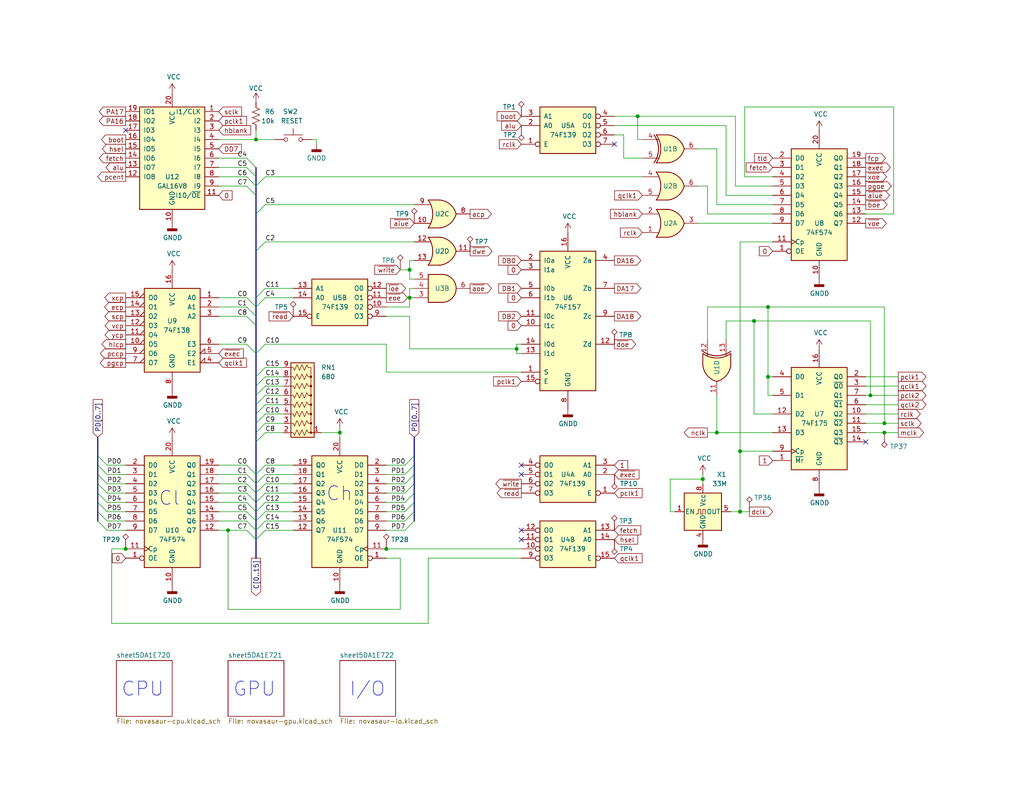
<source format=kicad_sch>
(kicad_sch (version 20211123) (generator eeschema)
  (paper "USLetter")
  (title_block (title "Novasaur Retrocomputer") (date "2022-08-07") (rev "1.10") (comment 1 "(c) Solid State Machines 2022"))
  (junction (at 201.93 139.7))
  (junction (at 34.29 149.86))
  (junction (at 105.41 149.86))
  (junction (at 173.99 31.75))
  (junction (at 209.55 102.87))
  (junction (at 201.93 123.19))
  (junction (at 111.76 81.28))
  (junction (at 92.71 118.11))
  (junction (at 195.58 118.11))
  (junction (at 209.55 83.82))
  (junction (at 69.85 38.1))
  (junction (at 62.23 144.78))
  (junction (at 191.77 130.81))
  (junction (at 241.3 118.11))
  (junction (at 205.74 87.63))
  (junction (at 140.97 95.25))
  (junction (at 241.3 115.57))
  (junction (at 237.49 107.95))
  (junction (at 111.76 73.66))
  (no_connect (at 142.24 144.78))
  (no_connect (at 142.24 129.54))
  (no_connect (at 142.24 127))
  (no_connect (at 236.22 120.65))
  (no_connect (at 34.29 35.56))
  (no_connect (at 167.64 39.37))
  (no_connect (at 142.24 147.32))
  (bus_entry (at 29.21 142.24) (size -2.54 -2.54))
  (bus_entry (at 29.21 139.7) (size -2.54 -2.54))
  (bus_entry (at 69.85 129.54) (size -2.54 -2.54))
  (bus_entry (at 29.21 129.54) (size -2.54 -2.54))
  (bus_entry (at 67.31 83.82) (size 2.54 2.54))
  (bus_entry (at 113.03 129.54) (size -2.54 2.54))
  (bus_entry (at 69.85 142.24) (size -2.54 -2.54))
  (bus_entry (at 69.85 115.57) (size 2.54 -2.54))
  (bus_entry (at 72.39 48.26) (size -2.54 2.54))
  (bus_entry (at 69.85 113.03) (size 2.54 -2.54))
  (bus_entry (at 113.03 127) (size -2.54 2.54))
  (bus_entry (at 67.31 48.26) (size 2.54 2.54))
  (bus_entry (at 69.85 110.49) (size 2.54 -2.54))
  (bus_entry (at 72.39 66.04) (size -2.54 2.54))
  (bus_entry (at 69.85 144.78) (size 2.54 -2.54))
  (bus_entry (at 67.31 86.36) (size 2.54 2.54))
  (bus_entry (at 113.03 134.62) (size -2.54 2.54))
  (bus_entry (at 29.21 134.62) (size -2.54 -2.54))
  (bus_entry (at 69.85 134.62) (size 2.54 -2.54))
  (bus_entry (at 69.85 137.16) (size -2.54 -2.54))
  (bus_entry (at 67.31 43.18) (size 2.54 2.54))
  (bus_entry (at 72.39 81.28) (size -2.54 2.54))
  (bus_entry (at 72.39 55.88) (size -2.54 2.54))
  (bus_entry (at 69.85 129.54) (size 2.54 -2.54))
  (bus_entry (at 69.85 105.41) (size 2.54 -2.54))
  (bus_entry (at 67.31 81.28) (size 2.54 2.54))
  (bus_entry (at 69.85 118.11) (size 2.54 -2.54))
  (bus_entry (at 113.03 139.7) (size -2.54 2.54))
  (bus_entry (at 69.85 132.08) (size 2.54 -2.54))
  (bus_entry (at 29.21 127) (size -2.54 -2.54))
  (bus_entry (at 69.85 139.7) (size 2.54 -2.54))
  (bus_entry (at 67.31 93.98) (size 2.54 2.54))
  (bus_entry (at 72.39 93.98) (size -2.54 2.54))
  (bus_entry (at 69.85 147.32) (size 2.54 -2.54))
  (bus_entry (at 69.85 102.87) (size 2.54 -2.54))
  (bus_entry (at 67.31 50.8) (size 2.54 2.54))
  (bus_entry (at 67.31 45.72) (size 2.54 2.54))
  (bus_entry (at 72.39 78.74) (size -2.54 2.54))
  (bus_entry (at 69.85 144.78) (size -2.54 -2.54))
  (bus_entry (at 113.03 142.24) (size -2.54 2.54))
  (bus_entry (at 69.85 139.7) (size -2.54 -2.54))
  (bus_entry (at 69.85 147.32) (size -2.54 -2.54))
  (bus_entry (at 29.21 144.78) (size -2.54 -2.54))
  (bus_entry (at 69.85 120.65) (size 2.54 -2.54))
  (bus_entry (at 113.03 124.46) (size -2.54 2.54))
  (bus_entry (at 69.85 137.16) (size 2.54 -2.54))
  (bus_entry (at 29.21 137.16) (size -2.54 -2.54))
  (bus_entry (at 113.03 132.08) (size -2.54 2.54))
  (bus_entry (at 69.85 107.95) (size 2.54 -2.54))
  (bus_entry (at 29.21 132.08) (size -2.54 -2.54))
  (bus_entry (at 69.85 142.24) (size 2.54 -2.54))
  (bus_entry (at 69.85 132.08) (size -2.54 -2.54))
  (bus_entry (at 69.85 134.62) (size -2.54 -2.54))
  (bus_entry (at 113.03 137.16) (size -2.54 2.54))
  (wire (pts (xy 175.26 38.1) (xy 173.99 38.1)))
  (bus (pts (xy 113.03 137.16) (xy 113.03 139.7)))
  (wire (pts (xy 72.39 102.87) (xy 77.47 102.87)))
  (wire (pts (xy 72.39 115.57) (xy 77.47 115.57)))
  (wire (pts (xy 140.97 96.52) (xy 140.97 95.25)))
  (wire (pts (xy 198.12 87.63) (xy 205.74 87.63)))
  (wire (pts (xy 59.69 48.26) (xy 67.31 48.26)))
  (wire (pts (xy 105.41 129.54) (xy 110.49 129.54)))
  (wire (pts (xy 182.88 139.7) (xy 184.15 139.7)))
  (bus (pts (xy 69.85 96.52) (xy 69.85 102.87)))
  (wire (pts (xy 190.5 40.64) (xy 195.58 40.64)))
  (bus (pts (xy 69.85 134.62) (xy 69.85 137.16)))
  (wire (pts (xy 167.64 31.75) (xy 173.99 31.75)))
  (wire (pts (xy 170.18 36.83) (xy 167.64 36.83)))
  (bus (pts (xy 69.85 53.34) (xy 69.85 58.42)))
  (wire (pts (xy 92.71 118.11) (xy 92.71 116.84)))
  (wire (pts (xy 193.04 92.71) (xy 193.04 83.82)))
  (bus (pts (xy 69.85 48.26) (xy 69.85 50.8)))
  (wire (pts (xy 29.21 134.62) (xy 34.29 134.62)))
  (bus (pts (xy 69.85 105.41) (xy 69.85 107.95)))
  (wire (pts (xy 209.55 107.95) (xy 210.82 107.95)))
  (wire (pts (xy 29.21 139.7) (xy 34.29 139.7)))
  (wire (pts (xy 111.76 95.25) (xy 140.97 95.25)))
  (wire (pts (xy 111.76 83.82) (xy 105.41 83.82)))
  (wire (pts (xy 105.41 127) (xy 110.49 127)))
  (wire (pts (xy 241.3 115.57) (xy 245.11 115.57)))
  (wire (pts (xy 109.22 73.66) (xy 111.76 73.66)))
  (bus (pts (xy 69.85 120.65) (xy 69.85 129.54)))
  (wire (pts (xy 142.24 96.52) (xy 140.97 96.52)))
  (wire (pts (xy 241.3 83.82) (xy 241.3 115.57)))
  (wire (pts (xy 173.99 38.1) (xy 173.99 31.75)))
  (wire (pts (xy 195.58 118.11) (xy 210.82 118.11)))
  (wire (pts (xy 105.41 139.7) (xy 110.49 139.7)))
  (wire (pts (xy 209.55 107.95) (xy 209.55 102.87)))
  (wire (pts (xy 29.21 127) (xy 34.29 127)))
  (wire (pts (xy 87.63 118.11) (xy 92.71 118.11)))
  (wire (pts (xy 72.39 100.33) (xy 77.47 100.33)))
  (bus (pts (xy 69.85 129.54) (xy 69.85 132.08)))
  (wire (pts (xy 72.39 142.24) (xy 80.01 142.24)))
  (wire (pts (xy 72.39 93.98) (xy 105.41 93.98)))
  (wire (pts (xy 72.39 110.49) (xy 77.47 110.49)))
  (wire (pts (xy 59.69 50.8) (xy 67.31 50.8)))
  (wire (pts (xy 201.93 66.04) (xy 210.82 66.04)))
  (wire (pts (xy 59.69 139.7) (xy 67.31 139.7)))
  (wire (pts (xy 209.55 102.87) (xy 209.55 83.82)))
  (wire (pts (xy 191.77 130.81) (xy 191.77 129.54)))
  (wire (pts (xy 62.23 144.78) (xy 62.23 166.37)))
  (wire (pts (xy 236.22 102.87) (xy 245.11 102.87)))
  (wire (pts (xy 205.74 113.03) (xy 210.82 113.03)))
  (wire (pts (xy 72.39 129.54) (xy 80.01 129.54)))
  (wire (pts (xy 241.3 118.11) (xy 245.11 118.11)))
  (wire (pts (xy 170.18 36.83) (xy 170.18 43.18)))
  (wire (pts (xy 203.2 29.21) (xy 203.2 48.26)))
  (wire (pts (xy 200.66 50.8) (xy 200.66 31.75)))
  (wire (pts (xy 72.39 113.03) (xy 77.47 113.03)))
  (bus (pts (xy 69.85 102.87) (xy 69.85 105.41)))
  (bus (pts (xy 69.85 88.9) (xy 69.85 96.52)))
  (bus (pts (xy 113.03 127) (xy 113.03 129.54)))
  (wire (pts (xy 69.85 38.1) (xy 69.85 35.56)))
  (wire (pts (xy 210.82 48.26) (xy 203.2 48.26)))
  (bus (pts (xy 26.67 137.16) (xy 26.67 139.7)))
  (wire (pts (xy 182.88 130.81) (xy 182.88 139.7)))
  (wire (pts (xy 113.03 81.28) (xy 111.76 81.28)))
  (wire (pts (xy 62.23 144.78) (xy 67.31 144.78)))
  (wire (pts (xy 59.69 86.36) (xy 67.31 86.36)))
  (wire (pts (xy 105.41 86.36) (xy 111.76 86.36)))
  (wire (pts (xy 72.39 81.28) (xy 80.01 81.28)))
  (wire (pts (xy 140.97 95.25) (xy 140.97 93.98)))
  (wire (pts (xy 236.22 105.41) (xy 245.11 105.41)))
  (bus (pts (xy 69.85 113.03) (xy 69.85 115.57)))
  (wire (pts (xy 203.2 29.21) (xy 243.84 29.21)))
  (wire (pts (xy 175.26 43.18) (xy 170.18 43.18)))
  (wire (pts (xy 116.84 170.18) (xy 116.84 152.4)))
  (wire (pts (xy 198.12 34.29) (xy 198.12 53.34)))
  (wire (pts (xy 182.88 130.81) (xy 191.77 130.81)))
  (bus (pts (xy 113.03 124.46) (xy 113.03 127)))
  (bus (pts (xy 26.67 119.38) (xy 26.67 124.46)))
  (bus (pts (xy 26.67 127) (xy 26.67 129.54)))
  (wire (pts (xy 72.39 105.41) (xy 77.47 105.41)))
  (wire (pts (xy 173.99 31.75) (xy 200.66 31.75)))
  (wire (pts (xy 111.76 78.74) (xy 113.03 78.74)))
  (wire (pts (xy 199.39 139.7) (xy 201.93 139.7)))
  (wire (pts (xy 190.5 60.96) (xy 210.82 60.96)))
  (wire (pts (xy 105.41 101.6) (xy 105.41 93.98)))
  (wire (pts (xy 59.69 43.18) (xy 67.31 43.18)))
  (bus (pts (xy 113.03 119.38) (xy 113.03 124.46)))
  (bus (pts (xy 69.85 139.7) (xy 69.85 142.24)))
  (wire (pts (xy 59.69 81.28) (xy 67.31 81.28)))
  (bus (pts (xy 26.67 134.62) (xy 26.67 137.16)))
  (wire (pts (xy 59.69 144.78) (xy 62.23 144.78)))
  (wire (pts (xy 210.82 102.87) (xy 209.55 102.87)))
  (wire (pts (xy 205.74 87.63) (xy 237.49 87.63)))
  (wire (pts (xy 72.39 137.16) (xy 80.01 137.16)))
  (wire (pts (xy 111.76 95.25) (xy 111.76 86.36)))
  (wire (pts (xy 113.03 76.2) (xy 111.76 76.2)))
  (wire (pts (xy 59.69 38.1) (xy 69.85 38.1)))
  (wire (pts (xy 72.39 78.74) (xy 80.01 78.74)))
  (wire (pts (xy 236.22 110.49) (xy 245.11 110.49)))
  (wire (pts (xy 105.41 132.08) (xy 110.49 132.08)))
  (bus (pts (xy 69.85 83.82) (xy 69.85 86.36)))
  (wire (pts (xy 29.21 129.54) (xy 34.29 129.54)))
  (bus (pts (xy 69.85 144.78) (xy 69.85 147.32)))
  (bus (pts (xy 26.67 129.54) (xy 26.67 132.08)))
  (bus (pts (xy 69.85 45.72) (xy 69.85 48.26)))
  (wire (pts (xy 72.39 144.78) (xy 80.01 144.78)))
  (wire (pts (xy 72.39 48.26) (xy 175.26 48.26)))
  (wire (pts (xy 243.84 29.21) (xy 243.84 58.42)))
  (wire (pts (xy 236.22 107.95) (xy 237.49 107.95)))
  (wire (pts (xy 195.58 40.64) (xy 195.58 55.88)))
  (bus (pts (xy 113.03 129.54) (xy 113.03 132.08)))
  (wire (pts (xy 111.76 73.66) (xy 111.76 71.12)))
  (wire (pts (xy 105.41 137.16) (xy 110.49 137.16)))
  (bus (pts (xy 69.85 50.8) (xy 69.85 53.34)))
  (wire (pts (xy 105.41 144.78) (xy 110.49 144.78)))
  (bus (pts (xy 69.85 86.36) (xy 69.85 88.9)))
  (bus (pts (xy 113.03 132.08) (xy 113.03 134.62)))
  (wire (pts (xy 236.22 115.57) (xy 241.3 115.57)))
  (wire (pts (xy 29.21 132.08) (xy 34.29 132.08)))
  (wire (pts (xy 191.77 132.08) (xy 191.77 130.81)))
  (wire (pts (xy 85.09 38.1) (xy 86.36 38.1)))
  (wire (pts (xy 72.39 55.88) (xy 113.03 55.88)))
  (wire (pts (xy 109.22 166.37) (xy 109.22 152.4)))
  (wire (pts (xy 201.93 123.19) (xy 210.82 123.19)))
  (wire (pts (xy 59.69 129.54) (xy 67.31 129.54)))
  (wire (pts (xy 193.04 50.8) (xy 193.04 58.42)))
  (wire (pts (xy 59.69 132.08) (xy 67.31 132.08)))
  (wire (pts (xy 59.69 137.16) (xy 67.31 137.16)))
  (bus (pts (xy 113.03 134.62) (xy 113.03 137.16)))
  (wire (pts (xy 193.04 58.42) (xy 210.82 58.42)))
  (wire (pts (xy 59.69 134.62) (xy 67.31 134.62)))
  (wire (pts (xy 198.12 53.34) (xy 210.82 53.34)))
  (wire (pts (xy 72.39 118.11) (xy 77.47 118.11)))
  (wire (pts (xy 190.5 50.8) (xy 193.04 50.8)))
  (wire (pts (xy 105.41 142.24) (xy 110.49 142.24)))
  (wire (pts (xy 59.69 83.82) (xy 67.31 83.82)))
  (wire (pts (xy 29.21 137.16) (xy 34.29 137.16)))
  (bus (pts (xy 26.67 139.7) (xy 26.67 142.24)))
  (wire (pts (xy 243.84 58.42) (xy 236.22 58.42)))
  (bus (pts (xy 69.85 110.49) (xy 69.85 113.03)))
  (bus (pts (xy 69.85 132.08) (xy 69.85 134.62)))
  (wire (pts (xy 72.39 127) (xy 80.01 127)))
  (wire (pts (xy 111.76 71.12) (xy 113.03 71.12)))
  (bus (pts (xy 69.85 115.57) (xy 69.85 118.11)))
  (bus (pts (xy 69.85 147.32) (xy 69.85 152.4)))
  (bus (pts (xy 69.85 107.95) (xy 69.85 110.49)))
  (bus (pts (xy 26.67 132.08) (xy 26.67 134.62)))
  (wire (pts (xy 201.93 123.19) (xy 201.93 66.04)))
  (wire (pts (xy 69.85 38.1) (xy 74.93 38.1)))
  (wire (pts (xy 140.97 93.98) (xy 142.24 93.98)))
  (wire (pts (xy 92.71 118.11) (xy 92.71 119.38)))
  (wire (pts (xy 111.76 81.28) (xy 111.76 78.74)))
  (wire (pts (xy 72.39 107.95) (xy 77.47 107.95)))
  (wire (pts (xy 59.69 45.72) (xy 67.31 45.72)))
  (wire (pts (xy 167.64 34.29) (xy 198.12 34.29)))
  (wire (pts (xy 105.41 101.6) (xy 142.24 101.6)))
  (wire (pts (xy 72.39 66.04) (xy 113.03 66.04)))
  (wire (pts (xy 72.39 134.62) (xy 80.01 134.62)))
  (wire (pts (xy 236.22 113.03) (xy 245.11 113.03)))
  (wire (pts (xy 111.76 81.28) (xy 111.76 83.82)))
  (wire (pts (xy 205.74 113.03) (xy 205.74 87.63)))
  (wire (pts (xy 59.69 142.24) (xy 67.31 142.24)))
  (wire (pts (xy 29.21 144.78) (xy 34.29 144.78)))
  (wire (pts (xy 209.55 83.82) (xy 241.3 83.82)))
  (bus (pts (xy 26.67 124.46) (xy 26.67 127)))
  (wire (pts (xy 72.39 132.08) (xy 80.01 132.08)))
  (wire (pts (xy 198.12 92.71) (xy 198.12 87.63)))
  (wire (pts (xy 72.39 139.7) (xy 80.01 139.7)))
  (bus (pts (xy 113.03 139.7) (xy 113.03 142.24)))
  (wire (pts (xy 201.93 139.7) (xy 201.93 123.19)))
  (wire (pts (xy 105.41 134.62) (xy 110.49 134.62)))
  (wire (pts (xy 59.69 93.98) (xy 67.31 93.98)))
  (bus (pts (xy 69.85 118.11) (xy 69.85 120.65)))
  (wire (pts (xy 195.58 55.88) (xy 210.82 55.88)))
  (wire (pts (xy 142.24 149.86) (xy 105.41 149.86)))
  (bus (pts (xy 69.85 58.42) (xy 69.85 68.58)))
  (wire (pts (xy 193.04 83.82) (xy 209.55 83.82)))
  (bus (pts (xy 69.85 81.28) (xy 69.85 83.82)))
  (wire (pts (xy 210.82 50.8) (xy 200.66 50.8)))
  (wire (pts (xy 62.23 166.37) (xy 109.22 166.37)))
  (wire (pts (xy 236.22 118.11) (xy 241.3 118.11)))
  (wire (pts (xy 201.93 139.7) (xy 204.47 139.7)))
  (wire (pts (xy 59.69 127) (xy 67.31 127)))
  (wire (pts (xy 30.48 170.18) (xy 116.84 170.18)))
  (wire (pts (xy 30.48 149.86) (xy 30.48 170.18)))
  (wire (pts (xy 30.48 149.86) (xy 34.29 149.86)))
  (bus (pts (xy 69.85 137.16) (xy 69.85 139.7)))
  (wire (pts (xy 86.36 38.1) (xy 86.36 39.37)))
  (wire (pts (xy 116.84 152.4) (xy 142.24 152.4)))
  (wire (pts (xy 237.49 107.95) (xy 245.11 107.95)))
  (wire (pts (xy 195.58 118.11) (xy 195.58 107.95)))
  (wire (pts (xy 105.41 152.4) (xy 109.22 152.4)))
  (wire (pts (xy 195.58 118.11) (xy 193.04 118.11)))
  (wire (pts (xy 111.76 76.2) (xy 111.76 73.66)))
  (wire (pts (xy 29.21 142.24) (xy 34.29 142.24)))
  (bus (pts (xy 69.85 142.24) (xy 69.85 144.78)))
  (bus (pts (xy 69.85 68.58) (xy 69.85 81.28)))
  (wire (pts (xy 237.49 87.63) (xy 237.49 107.95)))
  (text "Cl" (at 43.18 138.43 0) (effects (font (size 3.81 3.81)) (justify left bottom)))
  (text "CPU" (at 33.02 190.5 0) (effects (font (size 3.81 3.81)) (justify left bottom)))
  (text "I/O" (at 95.25 190.5 0) (effects (font (size 3.81 3.81)) (justify left bottom)))
  (text "Ch" (at 88.9 137.16 0) (effects (font (size 3.81 3.81)) (justify left bottom)))
  (text "GPU" (at 63.5 190.5 0) (effects (font (size 3.81 3.81)) (justify left bottom)))
  (label "C6" (at 64.77 48.26 0))
  (label "C2" (at 72.39 66.04 0))
  (label "C11" (at 72.39 134.62 0))
  (label "C15" (at 72.39 144.78 0))
  (label "PD0" (at 106.68 127 0))
  (label "PD6" (at 29.21 142.24 0))
  (label "C13" (at 72.39 105.41 0))
  (label "PD0" (at 29.21 127 0))
  (label "C14" (at 72.39 142.24 0))
  (label "C0" (at 64.77 81.28 0))
  (label "PD3" (at 106.68 134.62 0))
  (label "PD4" (at 106.68 137.16 0))
  (label "C9" (at 64.77 93.98 0))
  (label "PD4" (at 29.21 137.16 0))
  (label "C15" (at 72.39 100.33 0))
  (label "C5" (at 64.77 45.72 0))
  (label "C10" (at 72.39 93.98 0))
  (label "C8" (at 72.39 127 0))
  (label "C6" (at 64.77 142.24 0))
  (label "PD3" (at 29.21 134.62 0))
  (label "PD7" (at 29.21 144.78 0))
  (label "C12" (at 72.39 137.16 0))
  (label "C4" (at 64.77 43.18 0))
  (label "PD1" (at 106.68 129.54 0))
  (label "C9" (at 72.39 129.54 0))
  (label "C11" (at 72.39 78.74 0))
  (label "C3" (at 64.77 134.62 0))
  (label "PD1" (at 29.21 129.54 0))
  (label "C2" (at 64.77 132.08 0))
  (label "PD6" (at 106.68 142.24 0))
  (label "C9" (at 72.39 115.57 0))
  (label "C12" (at 72.39 107.95 0))
  (label "C11" (at 72.39 110.49 0))
  (label "C5" (at 64.77 139.7 0))
  (label "C14" (at 72.39 102.87 0))
  (label "PD2" (at 106.68 132.08 0))
  (label "PD5" (at 29.21 139.7 0))
  (label "C4" (at 64.77 137.16 0))
  (label "C13" (at 72.39 139.7 0))
  (label "C8" (at 64.77 86.36 0))
  (label "C7" (at 64.77 50.8 0))
  (label "C8" (at 72.39 118.11 0))
  (label "C10" (at 72.39 113.03 0))
  (label "C3" (at 72.39 48.26 0))
  (label "PD7" (at 106.68 144.78 0))
  (label "PD5" (at 106.68 139.7 0))
  (label "C5" (at 72.39 55.88 0))
  (label "C1" (at 64.77 129.54 0))
  (label "PD2" (at 29.21 132.08 0))
  (label "C1" (at 64.77 83.82 0))
  (label "C7" (at 64.77 144.78 0))
  (label "C10" (at 72.39 132.08 0))
  (label "C4" (at 72.39 81.28 0))
  (label "C0" (at 64.77 127 0))
  (global_label "DB1" (shape input) (at 142.24 78.74 180) (property "Intersheet References" "${INTERSHEET_REFS}" (effects hide)))
  (global_label "mclk" (shape output) (at 245.11 118.11 0) (property "Intersheet References" "${INTERSHEET_REFS}" (effects hide)))
  (global_label "qclk2" (shape output) (at 245.11 110.49 0) (property "Intersheet References" "${INTERSHEET_REFS}" (effects hide)))
  (global_label "rclk" (shape input) (at 142.24 39.37 180) (property "Intersheet References" "${INTERSHEET_REFS}" (effects hide)))
  (global_label "PA16" (shape output) (at 34.29 33.02 180) (property "Intersheet References" "${INTERSHEET_REFS}" (effects hide)))
  (global_label "xcp" (shape output) (at 34.29 81.28 180) (property "Intersheet References" "${INTERSHEET_REFS}" (effects hide)))
  (global_label "qclk1" (shape input) (at 167.64 152.4 0) (property "Intersheet References" "${INTERSHEET_REFS}" (effects hide)))
  (global_label "PD[0..7]" (shape input) (at 113.03 119.38 90) (property "Intersheet References" "${INTERSHEET_REFS}" (effects hide)))
  (global_label "pclk1" (shape input) (at 167.64 134.62 0) (property "Intersheet References" "${INTERSHEET_REFS}" (effects hide)))
  (global_label "1" (shape input) (at 167.64 127 0) (property "Intersheet References" "${INTERSHEET_REFS}" (effects hide)))
  (global_label "acp" (shape output) (at 128.27 58.42 0) (property "Intersheet References" "${INTERSHEET_REFS}" (effects hide)))
  (global_label "alu" (shape input) (at 142.24 34.29 180) (property "Intersheet References" "${INTERSHEET_REFS}" (effects hide)))
  (global_label "~{exec}" (shape input) (at 167.64 129.54 0) (property "Intersheet References" "${INTERSHEET_REFS}" (effects hide)))
  (global_label "~{alue}" (shape input) (at 113.03 60.96 180) (property "Intersheet References" "${INTERSHEET_REFS}" (effects hide)))
  (global_label "DA16" (shape output) (at 167.64 71.12 0) (property "Intersheet References" "${INTERSHEET_REFS}" (effects hide)))
  (global_label "ycp" (shape output) (at 34.29 91.44 180) (property "Intersheet References" "${INTERSHEET_REFS}" (effects hide)))
  (global_label "DB0" (shape input) (at 142.24 71.12 180) (property "Intersheet References" "${INTERSHEET_REFS}" (effects hide)))
  (global_label "hsel" (shape output) (at 34.29 40.64 180) (property "Intersheet References" "${INTERSHEET_REFS}" (effects hide)))
  (global_label "0" (shape input) (at 34.29 152.4 180) (property "Intersheet References" "${INTERSHEET_REFS}" (effects hide)))
  (global_label "tld" (shape input) (at 210.82 43.18 180) (property "Intersheet References" "${INTERSHEET_REFS}" (effects hide)))
  (global_label "qclk1" (shape output) (at 245.11 105.41 0) (property "Intersheet References" "${INTERSHEET_REFS}" (effects hide)))
  (global_label "fcp" (shape output) (at 236.22 43.18 0) (property "Intersheet References" "${INTERSHEET_REFS}" (effects hide)))
  (global_label "fetch" (shape input) (at 210.82 45.72 180) (property "Intersheet References" "${INTERSHEET_REFS}" (effects hide)))
  (global_label "PD[0..7]" (shape input) (at 26.67 119.38 90) (property "Intersheet References" "${INTERSHEET_REFS}" (effects hide)))
  (global_label "pgcp" (shape output) (at 34.29 99.06 180) (property "Intersheet References" "${INTERSHEET_REFS}" (effects hide)))
  (global_label "~{exec}" (shape output) (at 236.22 45.72 0) (property "Intersheet References" "${INTERSHEET_REFS}" (effects hide)))
  (global_label "1" (shape input) (at 210.82 125.73 180) (property "Intersheet References" "${INTERSHEET_REFS}" (effects hide)))
  (global_label "~{write}" (shape output) (at 142.24 132.08 180) (property "Intersheet References" "${INTERSHEET_REFS}" (effects hide)))
  (global_label "dclk" (shape output) (at 204.47 139.7 0) (property "Intersheet References" "${INTERSHEET_REFS}" (effects hide)))
  (global_label "boot" (shape output) (at 34.29 38.1 180) (property "Intersheet References" "${INTERSHEET_REFS}" (effects hide)))
  (global_label "DB2" (shape input) (at 142.24 86.36 180) (property "Intersheet References" "${INTERSHEET_REFS}" (effects hide)))
  (global_label "DD7" (shape input) (at 59.69 40.64 0) (property "Intersheet References" "${INTERSHEET_REFS}" (effects hide)))
  (global_label "hlcp" (shape output) (at 34.29 93.98 180) (property "Intersheet References" "${INTERSHEET_REFS}" (effects hide)))
  (global_label "0" (shape input) (at 142.24 88.9 180) (property "Intersheet References" "${INTERSHEET_REFS}" (effects hide)))
  (global_label "hblank" (shape input) (at 175.26 58.42 180) (property "Intersheet References" "${INTERSHEET_REFS}" (effects hide)))
  (global_label "0" (shape input) (at 142.24 81.28 180) (property "Intersheet References" "${INTERSHEET_REFS}" (effects hide)))
  (global_label "DA17" (shape output) (at 167.64 78.74 0) (property "Intersheet References" "${INTERSHEET_REFS}" (effects hide)))
  (global_label "~{pgoe}" (shape output) (at 236.22 50.8 0) (property "Intersheet References" "${INTERSHEET_REFS}" (effects hide)))
  (global_label "pclk1" (shape input) (at 59.69 33.02 0) (property "Intersheet References" "${INTERSHEET_REFS}" (effects hide)))
  (global_label "~{doe}" (shape output) (at 167.64 93.98 0) (property "Intersheet References" "${INTERSHEET_REFS}" (effects hide)))
  (global_label "ecp" (shape output) (at 34.29 83.82 180) (property "Intersheet References" "${INTERSHEET_REFS}" (effects hide)))
  (global_label "0" (shape input) (at 210.82 68.58 180) (property "Intersheet References" "${INTERSHEET_REFS}" (effects hide)))
  (global_label "sclk" (shape output) (at 245.11 115.57 0) (property "Intersheet References" "${INTERSHEET_REFS}" (effects hide)))
  (global_label "~{xoe}" (shape output) (at 236.22 48.26 0) (property "Intersheet References" "${INTERSHEET_REFS}" (effects hide)))
  (global_label "0" (shape input) (at 59.69 53.34 0) (property "Intersheet References" "${INTERSHEET_REFS}" (effects hide)))
  (global_label "pclk1" (shape input) (at 142.24 104.14 180) (property "Intersheet References" "${INTERSHEET_REFS}" (effects hide)))
  (global_label "~{read}" (shape output) (at 142.24 134.62 180) (property "Intersheet References" "${INTERSHEET_REFS}" (effects hide)))
  (global_label "pclk1" (shape output) (at 245.11 102.87 0) (property "Intersheet References" "${INTERSHEET_REFS}" (effects hide)))
  (global_label "pcent" (shape output) (at 34.29 48.26 180) (property "Intersheet References" "${INTERSHEET_REFS}" (effects hide)))
  (global_label "pclk2" (shape output) (at 245.11 107.95 0) (property "Intersheet References" "${INTERSHEET_REFS}" (effects hide)))
  (global_label "~{alue}" (shape output) (at 236.22 53.34 0) (property "Intersheet References" "${INTERSHEET_REFS}" (effects hide)))
  (global_label "~{exec}" (shape input) (at 59.69 96.52 0) (property "Intersheet References" "${INTERSHEET_REFS}" (effects hide)))
  (global_label "~{aoe}" (shape output) (at 128.27 78.74 0) (property "Intersheet References" "${INTERSHEET_REFS}" (effects hide)))
  (global_label "PA17" (shape output) (at 34.29 30.48 180) (property "Intersheet References" "${INTERSHEET_REFS}" (effects hide)))
  (global_label "~{read}" (shape input) (at 80.01 86.36 180) (property "Intersheet References" "${INTERSHEET_REFS}" (effects hide)))
  (global_label "C[0..15]" (shape output) (at 69.85 152.4 270) (property "Intersheet References" "${INTERSHEET_REFS}" (effects hide)))
  (global_label "~{ioe}" (shape output) (at 105.41 78.74 0) (property "Intersheet References" "${INTERSHEET_REFS}" (effects hide)))
  (global_label "rclk" (shape input) (at 175.26 63.5 180) (property "Intersheet References" "${INTERSHEET_REFS}" (effects hide)))
  (global_label "~{voe}" (shape output) (at 236.22 60.96 0) (property "Intersheet References" "${INTERSHEET_REFS}" (effects hide)))
  (global_label "scp" (shape output) (at 34.29 86.36 180) (property "Intersheet References" "${INTERSHEET_REFS}" (effects hide)))
  (global_label "sclk" (shape input) (at 59.69 30.48 0) (property "Intersheet References" "${INTERSHEET_REFS}" (effects hide)))
  (global_label "DA18" (shape output) (at 167.64 86.36 0) (property "Intersheet References" "${INTERSHEET_REFS}" (effects hide)))
  (global_label "boot" (shape input) (at 142.24 31.75 180) (property "Intersheet References" "${INTERSHEET_REFS}" (effects hide)))
  (global_label "fetch" (shape output) (at 34.29 43.18 180) (property "Intersheet References" "${INTERSHEET_REFS}" (effects hide)))
  (global_label "qclk1" (shape input) (at 175.26 53.34 180) (property "Intersheet References" "${INTERSHEET_REFS}" (effects hide)))
  (global_label "~{eoe}" (shape output) (at 105.41 81.28 0) (property "Intersheet References" "${INTERSHEET_REFS}" (effects hide)))
  (global_label "fetch" (shape input) (at 167.64 144.78 0) (property "Intersheet References" "${INTERSHEET_REFS}" (effects hide)))
  (global_label "~{boe}" (shape output) (at 236.22 55.88 0) (property "Intersheet References" "${INTERSHEET_REFS}" (effects hide)))
  (global_label "~{write}" (shape input) (at 109.22 73.66 180) (property "Intersheet References" "${INTERSHEET_REFS}" (effects hide)))
  (global_label "~{dwe}" (shape output) (at 128.27 68.58 0) (property "Intersheet References" "${INTERSHEET_REFS}" (effects hide)))
  (global_label "vcp" (shape output) (at 34.29 88.9 180) (property "Intersheet References" "${INTERSHEET_REFS}" (effects hide)))
  (global_label "0" (shape input) (at 142.24 73.66 180) (property "Intersheet References" "${INTERSHEET_REFS}" (effects hide)))
  (global_label "hsel" (shape input) (at 167.64 147.32 0) (property "Intersheet References" "${INTERSHEET_REFS}" (effects hide)))
  (global_label "qclk1" (shape input) (at 59.69 99.06 0) (property "Intersheet References" "${INTERSHEET_REFS}" (effects hide)))
  (global_label "nclk" (shape output) (at 193.04 118.11 180) (property "Intersheet References" "${INTERSHEET_REFS}" (effects hide)))
  (global_label "hblank" (shape input) (at 59.69 35.56 0) (property "Intersheet References" "${INTERSHEET_REFS}" (effects hide)))
  (global_label "pccp" (shape output) (at 34.29 96.52 180) (property "Intersheet References" "${INTERSHEET_REFS}" (effects hide)))
  (global_label "alu" (shape output) (at 34.29 45.72 180) (property "Intersheet References" "${INTERSHEET_REFS}" (effects hide)))
  (global_label "rclk" (shape output) (at 245.11 113.03 0) (property "Intersheet References" "${INTERSHEET_REFS}" (effects hide)))
  (symbol (lib_id "Oscillator:CXO_DIP8") (at 191.77 139.7 0) (unit 1)
    (property "Reference" "X1" (at 195.58 129.54 0) (effects (justify left)))
    (property "Value" "33M" (at 194.31 132.08 0) (effects (justify left)))
    (property "Footprint" "Oscillator:Oscillator_DIP-8" (effects hide))
    (property "Datasheet" "http://cdn-reichelt.de/documents/datenblatt/B400/OSZI.pdf" (effects hide))
  )
  (symbol (lib_id "power:GNDD") (at 191.77 147.32 0) (unit 1)
    (property "Reference" "#PWR0112" (effects hide))
    (property "Value" "GNDD" (at 191.8716 151.257 0))
  )
  (symbol (lib_id "power:VCC") (at 191.77 129.54 0) (unit 1)
    (property "Reference" "#PWR0191" (effects hide))
    (property "Value" "VCC" (at 192.2018 125.1458 0))
  )
  (symbol (lib_id "74xx:74LS138") (at 46.99 88.9 0) (mirror y) (unit 1)
    (property "Reference" "U9" (at 46.99 87.63 0))
    (property "Value" "74F138" (at 48.26 90.17 0))
    (property "Footprint" "Package_DIP:DIP-16_W7.62mm_LongPads" (effects hide))
    (property "Datasheet" "http://www.ti.com/lit/gpn/sn74LS138" (effects hide))
  )
  (symbol (lib_id "power:VCC") (at 46.99 73.66 0) (unit 1)
    (property "Reference" "#PWR0104" (effects hide))
    (property "Value" "VCC" (at 47.4218 69.2658 0))
  )
  (symbol (lib_id "power:VCC") (at 46.99 119.38 0) (unit 1)
    (property "Reference" "#PWR0105" (effects hide))
    (property "Value" "VCC" (at 47.4218 114.9858 0))
  )
  (symbol (lib_id "power:GNDD") (at 92.71 160.02 0) (unit 1)
    (property "Reference" "#PWR0107" (effects hide))
    (property "Value" "GNDD" (at 92.8116 163.957 0))
  )
  (symbol (lib_id "74xx:74LS574") (at 92.71 139.7 0) (mirror y) (unit 1)
    (property "Reference" "U11" (at 92.71 144.78 0))
    (property "Value" "74F574" (at 92.71 147.32 0))
    (property "Footprint" "Package_DIP:DIP-20_W7.62mm_LongPads" (effects hide))
    (property "Datasheet" "http://www.ti.com/lit/gpn/sn74LS574" (effects hide))
  )
  (symbol (lib_id "power:VCC") (at 92.71 116.84 0) (unit 1)
    (property "Reference" "#PWR0108" (effects hide))
    (property "Value" "VCC" (at 93.1418 112.4458 0))
  )
  (symbol (lib_id "power:GNDD") (at 46.99 106.68 0) (unit 1)
    (property "Reference" "#PWR0109" (effects hide))
    (property "Value" "GNDD" (at 47.0916 110.617 0))
  )
  (symbol (lib_id "Logic_Programmable:GAL16V8") (at 46.99 43.18 0) (mirror y) (unit 1)
    (property "Reference" "U12" (at 46.99 48.26 0))
    (property "Value" "GAL16V8" (at 46.99 50.8 0))
    (property "Footprint" "Package_DIP:DIP-20_W7.62mm_Socket_LongPads" (effects hide))
  )
  (symbol (lib_id "power:GNDD") (at 46.99 60.96 0) (unit 1)
    (property "Reference" "#PWR0110" (effects hide))
    (property "Value" "GNDD" (at 47.0916 64.897 0))
  )
  (symbol (lib_id "Device:R_Network08_US") (at 82.55 107.95 270) (mirror x) (unit 1)
    (property "Reference" "RN1" (at 87.63 100.33 90) (effects (justify left)))
    (property "Value" "680" (at 87.63 102.87 90) (effects (justify left)))
    (property "Footprint" "Resistor_THT:R_Array_SIP9" (effects hide))
    (property "Datasheet" "http://www.vishay.com/docs/31509/csc.pdf" (effects hide))
  )
  (symbol (lib_id "74xx:74LS139") (at 154.94 147.32 0) (mirror y) (unit 2)
    (property "Reference" "U4" (at 154.94 147.32 0))
    (property "Value" "74F139" (at 156.21 149.86 0))
    (property "Footprint" "Package_DIP:DIP-16_W7.62mm_LongPads" (effects hide))
    (property "Datasheet" "http://www.ti.com/lit/gpn/sn74LS139" (effects hide))
  )
  (symbol (lib_id "74xx:74LS139") (at 154.94 129.54 0) (mirror y) (unit 1)
    (property "Reference" "U4" (at 154.94 129.54 0))
    (property "Value" "74F139" (at 156.21 132.08 0))
    (property "Footprint" "Package_DIP:DIP-16_W7.62mm_LongPads" (effects hide))
    (property "Datasheet" "http://www.ti.com/lit/gpn/sn74LS139" (effects hide))
  )
  (symbol (lib_id "74xx:74LS139") (at 154.94 34.29 0) (unit 1)
    (property "Reference" "U5" (at 154.94 34.29 0))
    (property "Value" "74F139" (at 153.67 36.83 0))
    (property "Footprint" "Package_DIP:DIP-16_W7.62mm_LongPads" (effects hide))
    (property "Datasheet" "http://www.ti.com/lit/gpn/sn74LS139" (effects hide))
  )
  (symbol (lib_id "74xx:74LS139") (at 92.71 81.28 0) (unit 2)
    (property "Reference" "U5" (at 92.71 81.28 0))
    (property "Value" "74F139" (at 91.44 83.82 0))
    (property "Footprint" "Package_DIP:DIP-16_W7.62mm_LongPads" (effects hide))
    (property "Datasheet" "http://www.ti.com/lit/gpn/sn74LS139" (effects hide))
  )
  (symbol (lib_id "power:GNDD") (at 46.99 160.02 0) (unit 1)
    (property "Reference" "#PWR0114" (effects hide))
    (property "Value" "GNDD" (at 47.0916 163.957 0))
  )
  (symbol (lib_id "74xx:74LS574") (at 46.99 139.7 0) (unit 1)
    (property "Reference" "U10" (at 46.99 144.78 0))
    (property "Value" "74F574" (at 46.99 147.32 0))
    (property "Footprint" "Package_DIP:DIP-20_W7.62mm_LongPads" (effects hide))
    (property "Datasheet" "http://www.ti.com/lit/gpn/sn74LS574" (effects hide))
  )
  (symbol (lib_id "power:VCC") (at 223.52 95.25 0) (unit 1)
    (property "Reference" "#PWR0102" (effects hide))
    (property "Value" "VCC" (at 223.9518 90.8558 0))
  )
  (symbol (lib_id "power:VCC") (at 46.99 25.4 0) (unit 1)
    (property "Reference" "#PWR0113" (effects hide))
    (property "Value" "VCC" (at 47.4218 21.0058 0))
  )
  (symbol (lib_id "power:GNDD") (at 223.52 133.35 0) (unit 1)
    (property "Reference" "#PWR0103" (effects hide))
    (property "Value" "GNDD" (at 223.6216 137.287 0))
  )
  (symbol (lib_id "Connector:TestPoint_Alt") (at 142.24 31.75 0) (unit 1)
    (property "Reference" "TP1" (at 137.16 29.21 0) (effects (justify left)))
    (property "Value" "BOOT" (effects hide))
    (property "Footprint" "TestPoint:TestPoint_Pad_1.0x1.0mm" (effects hide))
  )
  (symbol (lib_id "74xx:74LS175") (at 223.52 113.03 0) (unit 1)
    (property "Reference" "U7" (at 223.52 113.03 0))
    (property "Value" "74F175" (at 222.25 115.57 0))
    (property "Footprint" "Package_DIP:DIP-16_W7.62mm_LongPads" (effects hide))
    (property "Datasheet" "http://www.ti.com/lit/gpn/sn74LS175" (effects hide))
  )
  (symbol (lib_id "74xx:74LS32") (at 182.88 60.96 0) (mirror x) (unit 1)
    (property "Reference" "U2" (at 182.88 60.96 0))
    (property "Value" "74F32" (effects hide))
    (property "Footprint" "Package_DIP:DIP-14_W7.62mm_LongPads" (effects hide))
    (property "Datasheet" "http://www.ti.com/lit/gpn/sn74LS32" (effects hide))
  )
  (symbol (lib_id "Connector:TestPoint_Alt") (at 142.24 34.29 180) (unit 1)
    (property "Reference" "TP2" (at 140.97 36.83 0) (effects (justify left)))
    (property "Value" "ALU" (effects hide))
    (property "Footprint" "TestPoint:TestPoint_Pad_1.0x1.0mm" (effects hide))
  )
  (symbol (lib_id "Connector:TestPoint_Alt") (at 204.47 139.7 0) (unit 1)
    (property "Reference" "TP36" (at 205.74 135.89 0) (effects (justify left)))
    (property "Value" "DCLK" (effects hide))
    (property "Footprint" "TestPoint:TestPoint_THTPad_1.0x1.0mm_Drill0.5mm" (effects hide))
  )
  (symbol (lib_id "74xx:74LS157") (at 154.94 86.36 0) (unit 1)
    (property "Reference" "U6" (at 154.94 81.28 0))
    (property "Value" "74F157" (at 154.94 83.82 0))
    (property "Footprint" "Package_DIP:DIP-16_W7.62mm_LongPads" (effects hide))
    (property "Datasheet" "http://www.ti.com/lit/gpn/sn74LS157" (effects hide))
  )
  (symbol (lib_id "Connector:TestPoint_Alt") (at 80.01 86.36 0) (unit 1)
    (property "Reference" "TP5" (at 74.93 83.82 0) (effects (justify left)))
    (property "Value" "~{READ}" (effects hide))
    (property "Footprint" "TestPoint:TestPoint_Pad_1.0x1.0mm" (effects hide))
  )
  (symbol (lib_id "Connector:TestPoint_Alt") (at 109.22 73.66 0) (unit 1)
    (property "Reference" "TP6" (at 104.14 71.12 0) (effects (justify left)))
    (property "Value" "~{WRITE}" (effects hide))
    (property "Footprint" "TestPoint:TestPoint_Pad_1.0x1.0mm" (effects hide))
  )
  (symbol (lib_id "Connector:TestPoint_Alt") (at 128.27 68.58 0) (unit 1)
    (property "Reference" "TP7" (at 129.54 66.04 0) (effects (justify left)))
    (property "Value" "~{DWE}" (effects hide))
    (property "Footprint" "TestPoint:TestPoint_Pad_1.0x1.0mm" (effects hide))
  )
  (symbol (lib_id "Connector:TestPoint_Alt") (at 167.64 93.98 0) (unit 1)
    (property "Reference" "TP8" (at 168.91 91.44 0) (effects (justify left)))
    (property "Value" "~{DOE}" (effects hide))
    (property "Footprint" "TestPoint:TestPoint_Pad_1.0x1.0mm" (effects hide))
  )
  (symbol (lib_id "Connector:TestPoint_Alt") (at 113.03 60.96 0) (unit 1)
    (property "Reference" "TP9" (at 107.95 58.42 0) (effects (justify left)))
    (property "Value" "~{ALUE}" (effects hide))
    (property "Footprint" "TestPoint:TestPoint_Pad_1.0x1.0mm" (effects hide))
  )
  (symbol (lib_id "Connector:TestPoint_Alt") (at 105.41 149.86 0) (unit 1)
    (property "Reference" "TP28" (at 106.68 147.32 0) (effects (justify left)))
    (property "Value" "CLCP" (effects hide))
    (property "Footprint" "TestPoint:TestPoint_Pad_1.0x1.0mm" (effects hide))
  )
  (symbol (lib_id "Connector:TestPoint_Alt") (at 34.29 149.86 0) (unit 1)
    (property "Reference" "TP29" (at 27.94 147.32 0) (effects (justify left)))
    (property "Value" "CHCP" (effects hide))
    (property "Footprint" "TestPoint:TestPoint_Pad_1.0x1.0mm" (effects hide))
  )
  (symbol (lib_id "Connector:TestPoint_Alt") (at 167.64 144.78 0) (unit 1)
    (property "Reference" "TP3" (at 168.91 142.24 0) (effects (justify left)))
    (property "Value" "FETCH" (effects hide))
    (property "Footprint" "TestPoint:TestPoint_Pad_1.0x1.0mm" (effects hide))
  )
  (symbol (lib_id "Connector:TestPoint_Alt") (at 167.64 147.32 180) (unit 1)
    (property "Reference" "TP4" (at 172.72 149.86 0) (effects (justify left)))
    (property "Value" "HSEL" (effects hide))
    (property "Footprint" "TestPoint:TestPoint_Pad_1.0x1.0mm" (effects hide))
  )
  (symbol (lib_id "power:VCC") (at 154.94 63.5 0) (unit 1)
    (property "Reference" "#PWR0192" (effects hide))
    (property "Value" "VCC" (at 155.3718 59.1058 0))
  )
  (symbol (lib_id "power:GNDD") (at 154.94 111.76 0) (unit 1)
    (property "Reference" "#PWR0193" (effects hide))
    (property "Value" "GNDD" (at 155.0416 115.697 0))
  )
  (symbol (lib_id "74xx:74LS32") (at 120.65 58.42 0) (unit 3)
    (property "Reference" "U2" (at 120.65 58.42 0))
    (property "Value" "74F32" (effects hide))
    (property "Footprint" "Package_DIP:DIP-14_W7.62mm_LongPads" (effects hide))
    (property "Datasheet" "http://www.ti.com/lit/gpn/sn74LS32" (effects hide))
  )
  (symbol (lib_id "74xx:74LS86") (at 182.88 40.64 0) (unit 2)
    (property "Reference" "U1" (at 182.88 40.64 0))
    (property "Value" "74F86" (effects hide))
    (property "Footprint" "Package_DIP:DIP-14_W7.62mm_LongPads" (effects hide))
    (property "Datasheet" "74xx/74ls86.pdf" (effects hide))
  )
  (symbol (lib_id "74xx:74LS32") (at 120.65 68.58 0) (unit 4)
    (property "Reference" "U2" (at 120.65 68.58 0))
    (property "Value" "74F32" (effects hide))
    (property "Footprint" "Package_DIP:DIP-14_W7.62mm_LongPads" (effects hide))
    (property "Datasheet" "http://www.ti.com/lit/gpn/sn74LS32" (effects hide))
  )
  (symbol (lib_id "74xx:74LS574") (at 223.52 55.88 0) (unit 1)
    (property "Reference" "U8" (at 223.52 60.96 0))
    (property "Value" "74F574" (at 223.52 63.5 0))
    (property "Footprint" "Package_DIP:DIP-20_W7.62mm_LongPads" (effects hide))
    (property "Datasheet" "http://www.ti.com/lit/gpn/sn74LS574" (effects hide))
  )
  (symbol (lib_id "power:GNDD") (at 223.52 76.2 0) (unit 1)
    (property "Reference" "#PWR0101" (effects hide))
    (property "Value" "GNDD" (at 223.6216 80.137 0))
  )
  (symbol (lib_id "power:VCC") (at 223.52 35.56 0) (unit 1)
    (property "Reference" "#PWR0106" (effects hide))
    (property "Value" "VCC" (at 223.9518 31.1658 0))
  )
  (symbol (lib_id "Connector:TestPoint_Alt") (at 241.3 118.11 180) (unit 1)
    (property "Reference" "TP37" (at 247.65 121.92 0) (effects (justify left)))
    (property "Value" "MCLK" (effects hide))
    (property "Footprint" "TestPoint:TestPoint_Pad_1.0x1.0mm" (effects hide))
  )
  (symbol (lib_id "74xx:74LS32") (at 182.88 50.8 0) (unit 2)
    (property "Reference" "U2" (at 182.88 50.8 0))
    (property "Value" "74F32" (effects hide))
    (property "Footprint" "Package_DIP:DIP-14_W7.62mm_LongPads" (effects hide))
    (property "Datasheet" "http://www.ti.com/lit/gpn/sn74LS32" (effects hide))
  )
  (symbol (lib_id "74xx:74LS86") (at 195.58 100.33 90) (mirror x) (unit 4)
    (property "Reference" "U1" (at 195.58 100.33 0))
    (property "Value" "74F86" (effects hide))
    (property "Footprint" "Package_DIP:DIP-14_W7.62mm_LongPads" (effects hide))
    (property "Datasheet" "74xx/74ls86.pdf" (effects hide))
  )
  (symbol (lib_id "74xx:74LS11") (at 120.65 78.74 0) (mirror x) (unit 2)
    (property "Reference" "U3" (at 120.65 78.74 0))
    (property "Value" "74F11" (effects hide))
    (property "Footprint" "Package_DIP:DIP-14_W7.62mm_LongPads" (effects hide))
    (property "Datasheet" "http://www.ti.com/lit/gpn/sn74LS11" (effects hide))
  )
  (symbol (lib_id "Connector:TestPoint_Alt") (at 167.64 129.54 180) (unit 1)
    (property "Reference" "TP10" (at 173.99 132.08 0) (effects (justify left)))
    (property "Value" "~{EXEC}" (effects hide))
    (property "Footprint" "TestPoint:TestPoint_Pad_1.0x1.0mm" (effects hide))
  )
  (symbol (lib_id "power:VCC") (at 69.85 27.94 0) (unit 1)
    (property "Reference" "#PWR0111" (effects hide))
    (property "Value" "VCC" (at 69.85 24.13 0))
  )
  (symbol (lib_id "Device:R_US") (at 69.85 31.75 180) (unit 1)
    (property "Reference" "R6" (at 74.93 30.48 0) (effects (justify left)))
    (property "Value" "10k" (at 74.93 33.02 0) (effects (justify left)))
    (property "Footprint" "Resistor_THT:R_Axial_DIN0204_L3.6mm_D1.6mm_P7.62mm_Horizontal" (effects hide))
  )
  (symbol (lib_id "Switch:SW_Push") (at 80.01 38.1 0) (mirror y) (unit 1)
    (property "Reference" "SW2" (at 81.28 30.48 0) (effects (justify left)))
    (property "Value" "RESET" (at 82.55 33.02 0) (effects (justify left)))
    (property "Footprint" "Button_Switch_THT:SW_DIP_SPSTx01_Slide_6.7x4.1mm_W7.62mm_P2.54mm_LowProfile" (effects hide))
  )
  (symbol (lib_id "power:GNDD") (at 86.36 39.37 0) (unit 1)
    (property "Reference" "#PWR0188" (effects hide))
    (property "Value" "GNDD" (at 86.36 43.18 0))
  )
  (sheet (at 31.75 180.34) (size 15.24 15.24)
    (property "Sheet name" "sheet5DA1E720" (at 31.75 179.6284 0) (effects (justify left bottom)))
    (property "Sheet file" "novasaur-cpu.kicad_sch" (at 31.75 196.1646 0) (effects (justify left top)))
  )
  (sheet (at 62.23 180.34) (size 15.24 15.24)
    (property "Sheet name" "sheet5DA1E721" (at 62.23 179.6284 0) (effects (justify left bottom)))
    (property "Sheet file" "novasaur-gpu.kicad_sch" (at 62.23 196.1646 0) (effects (justify left top)))
  )
  (sheet (at 92.71 180.34) (size 15.24 15.24)
    (property "Sheet name" "sheet5DA1E722" (at 92.71 179.6284 0) (effects (justify left bottom)))
    (property "Sheet file" "novasaur-io.kicad_sch" (at 92.71 196.1646 0) (effects (justify left top)))
  )
)
</source>
